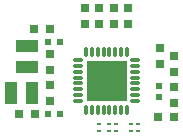
<source format=gtp>
G04*
G04 #@! TF.GenerationSoftware,Altium Limited,Altium Designer,25.5.2 (35)*
G04*
G04 Layer_Color=8421504*
%FSLAX24Y24*%
%MOIN*%
G70*
G04*
G04 #@! TF.SameCoordinates,EDCD3BFB-4CC2-4931-B7ED-63257E98AB5E*
G04*
G04*
G04 #@! TF.FilePolarity,Positive*
G04*
G01*
G75*
%ADD16R,0.0236X0.0197*%
%ADD17R,0.0295X0.0315*%
%ADD18R,0.0197X0.0236*%
%ADD19R,0.0315X0.0295*%
%ADD20R,0.0445X0.0717*%
%ADD21R,0.0717X0.0445*%
%ADD22R,0.0118X0.0106*%
%ADD23O,0.0118X0.0335*%
%ADD24R,0.1378X0.1378*%
%ADD25O,0.0335X0.0118*%
D16*
X-1545Y1299D02*
D03*
X-1939D02*
D03*
Y-1102D02*
D03*
X-1545D02*
D03*
D17*
X-1900Y1713D02*
D03*
X-2431D02*
D03*
X-2913Y-1122D02*
D03*
X-2382D02*
D03*
X1713Y-1220D02*
D03*
X2244D02*
D03*
D18*
X1752Y-167D02*
D03*
Y-561D02*
D03*
D19*
X1772Y541D02*
D03*
Y1073D02*
D03*
X-709Y1900D02*
D03*
Y2431D02*
D03*
X-236Y1900D02*
D03*
Y2431D02*
D03*
X236Y1900D02*
D03*
Y2431D02*
D03*
X709Y1900D02*
D03*
Y2431D02*
D03*
X2244Y-207D02*
D03*
Y-738D02*
D03*
X-1900Y-148D02*
D03*
Y-679D02*
D03*
Y344D02*
D03*
Y876D02*
D03*
X2244Y295D02*
D03*
Y827D02*
D03*
D20*
X-2486Y-404D02*
D03*
X-3183D02*
D03*
D21*
X-2638Y449D02*
D03*
Y1146D02*
D03*
D22*
X-236Y-1687D02*
D03*
Y-1463D02*
D03*
X315Y-1463D02*
D03*
Y-1687D02*
D03*
X79Y-1463D02*
D03*
Y-1687D02*
D03*
X1063D02*
D03*
Y-1463D02*
D03*
X827D02*
D03*
Y-1687D02*
D03*
D23*
X98Y965D02*
D03*
X-295D02*
D03*
X-689Y-965D02*
D03*
X-492D02*
D03*
X-295D02*
D03*
X-98D02*
D03*
X98D02*
D03*
X295D02*
D03*
X492D02*
D03*
X689D02*
D03*
Y965D02*
D03*
X492D02*
D03*
X295D02*
D03*
X-98D02*
D03*
X-492D02*
D03*
X-689D02*
D03*
D24*
X-0Y0D02*
D03*
D25*
X-965Y689D02*
D03*
Y492D02*
D03*
Y295D02*
D03*
Y98D02*
D03*
Y-98D02*
D03*
Y-295D02*
D03*
Y-492D02*
D03*
Y-689D02*
D03*
X965D02*
D03*
Y-492D02*
D03*
Y-295D02*
D03*
Y-98D02*
D03*
Y98D02*
D03*
Y295D02*
D03*
Y492D02*
D03*
Y689D02*
D03*
M02*

</source>
